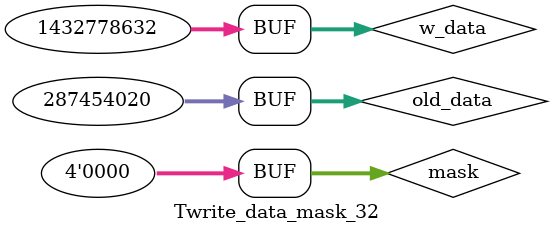
<source format=v>
`timescale 1ns / 1ps


module Twrite_data_mask_32;

	// Inputs
	reg [3:0] mask;
	reg [31:0] w_data;
	reg [31:0] old_data;

	// Outputs
	wire [31:0] new_data;

	// Instantiate the Unit Under Test (UUT)
	write_data_mask_32 uut (
		.mask(mask), 
		.w_data(w_data), 
		.old_data(old_data), 
		.new_data(new_data)
	);

	initial begin
		// Initialize Inputs
		mask = 0;
		w_data = 0;
		old_data = 0;

		// Wait 100 ns for global reset to finish
		#10;
      old_data = 32'h11223344;
		w_data = 32'h55667788;
		mask = 4'b0001;
		#10
		mask = 4'b0010;
		#10
		mask = 4'b0100;
		#10
		mask = 4'b1000;
		#10
		mask = 4'b0011;
		#10
		mask = 4'b1100;
		#10
		mask = 4'b1111;
		#10
		mask = 4'b0000;
		// Add stimulus here

	end
      
endmodule


</source>
